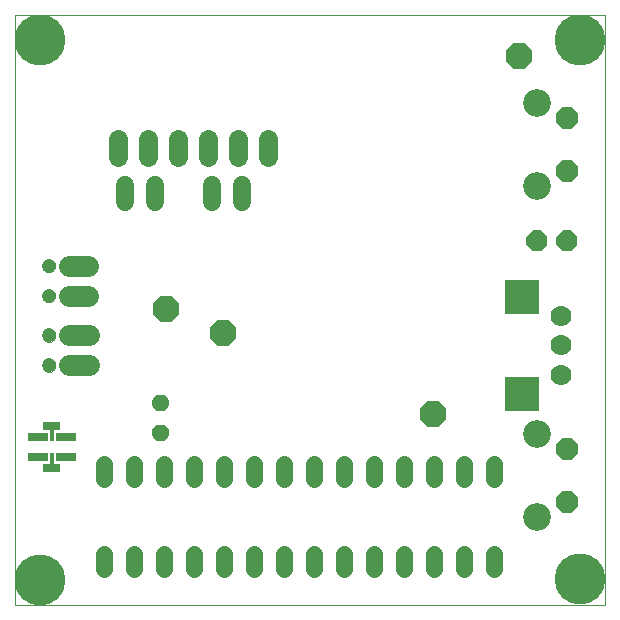
<source format=gts>
G75*
%MOIN*%
%OFA0B0*%
%FSLAX24Y24*%
%IPPOS*%
%LPD*%
%AMOC8*
5,1,8,0,0,1.08239X$1,22.5*
%
%ADD10C,0.0000*%
%ADD11OC8,0.0890*%
%ADD12C,0.0560*%
%ADD13C,0.0600*%
%ADD14C,0.0112*%
%ADD15OC8,0.0700*%
%ADD16OC8,0.0740*%
%ADD17C,0.0925*%
%ADD18C,0.0700*%
%ADD19R,0.1142X0.1142*%
%ADD20C,0.0640*%
%ADD21C,0.0690*%
%ADD22C,0.0473*%
%ADD23R,0.0152X0.0316*%
%ADD24C,0.1700*%
D10*
X000350Y000350D02*
X000350Y020035D01*
X020035Y020035D01*
X020035Y000350D01*
X000350Y000350D01*
X001267Y008344D02*
X001269Y008373D01*
X001275Y008401D01*
X001284Y008429D01*
X001297Y008455D01*
X001314Y008478D01*
X001333Y008500D01*
X001355Y008519D01*
X001380Y008534D01*
X001406Y008547D01*
X001434Y008555D01*
X001462Y008560D01*
X001491Y008561D01*
X001520Y008558D01*
X001548Y008551D01*
X001575Y008541D01*
X001601Y008527D01*
X001624Y008510D01*
X001645Y008490D01*
X001663Y008467D01*
X001678Y008442D01*
X001689Y008415D01*
X001697Y008387D01*
X001701Y008358D01*
X001701Y008330D01*
X001697Y008301D01*
X001689Y008273D01*
X001678Y008246D01*
X001663Y008221D01*
X001645Y008198D01*
X001624Y008178D01*
X001601Y008161D01*
X001575Y008147D01*
X001548Y008137D01*
X001520Y008130D01*
X001491Y008127D01*
X001462Y008128D01*
X001434Y008133D01*
X001406Y008141D01*
X001380Y008154D01*
X001355Y008169D01*
X001333Y008188D01*
X001314Y008210D01*
X001297Y008233D01*
X001284Y008259D01*
X001275Y008287D01*
X001269Y008315D01*
X001267Y008344D01*
X001267Y009344D02*
X001269Y009373D01*
X001275Y009401D01*
X001284Y009429D01*
X001297Y009455D01*
X001314Y009478D01*
X001333Y009500D01*
X001355Y009519D01*
X001380Y009534D01*
X001406Y009547D01*
X001434Y009555D01*
X001462Y009560D01*
X001491Y009561D01*
X001520Y009558D01*
X001548Y009551D01*
X001575Y009541D01*
X001601Y009527D01*
X001624Y009510D01*
X001645Y009490D01*
X001663Y009467D01*
X001678Y009442D01*
X001689Y009415D01*
X001697Y009387D01*
X001701Y009358D01*
X001701Y009330D01*
X001697Y009301D01*
X001689Y009273D01*
X001678Y009246D01*
X001663Y009221D01*
X001645Y009198D01*
X001624Y009178D01*
X001601Y009161D01*
X001575Y009147D01*
X001548Y009137D01*
X001520Y009130D01*
X001491Y009127D01*
X001462Y009128D01*
X001434Y009133D01*
X001406Y009141D01*
X001380Y009154D01*
X001355Y009169D01*
X001333Y009188D01*
X001314Y009210D01*
X001297Y009233D01*
X001284Y009259D01*
X001275Y009287D01*
X001269Y009315D01*
X001267Y009344D01*
X001259Y010670D02*
X001261Y010699D01*
X001267Y010727D01*
X001276Y010755D01*
X001289Y010781D01*
X001306Y010804D01*
X001325Y010826D01*
X001347Y010845D01*
X001372Y010860D01*
X001398Y010873D01*
X001426Y010881D01*
X001454Y010886D01*
X001483Y010887D01*
X001512Y010884D01*
X001540Y010877D01*
X001567Y010867D01*
X001593Y010853D01*
X001616Y010836D01*
X001637Y010816D01*
X001655Y010793D01*
X001670Y010768D01*
X001681Y010741D01*
X001689Y010713D01*
X001693Y010684D01*
X001693Y010656D01*
X001689Y010627D01*
X001681Y010599D01*
X001670Y010572D01*
X001655Y010547D01*
X001637Y010524D01*
X001616Y010504D01*
X001593Y010487D01*
X001567Y010473D01*
X001540Y010463D01*
X001512Y010456D01*
X001483Y010453D01*
X001454Y010454D01*
X001426Y010459D01*
X001398Y010467D01*
X001372Y010480D01*
X001347Y010495D01*
X001325Y010514D01*
X001306Y010536D01*
X001289Y010559D01*
X001276Y010585D01*
X001267Y010613D01*
X001261Y010641D01*
X001259Y010670D01*
X001259Y011670D02*
X001261Y011699D01*
X001267Y011727D01*
X001276Y011755D01*
X001289Y011781D01*
X001306Y011804D01*
X001325Y011826D01*
X001347Y011845D01*
X001372Y011860D01*
X001398Y011873D01*
X001426Y011881D01*
X001454Y011886D01*
X001483Y011887D01*
X001512Y011884D01*
X001540Y011877D01*
X001567Y011867D01*
X001593Y011853D01*
X001616Y011836D01*
X001637Y011816D01*
X001655Y011793D01*
X001670Y011768D01*
X001681Y011741D01*
X001689Y011713D01*
X001693Y011684D01*
X001693Y011656D01*
X001689Y011627D01*
X001681Y011599D01*
X001670Y011572D01*
X001655Y011547D01*
X001637Y011524D01*
X001616Y011504D01*
X001593Y011487D01*
X001567Y011473D01*
X001540Y011463D01*
X001512Y011456D01*
X001483Y011453D01*
X001454Y011454D01*
X001426Y011459D01*
X001398Y011467D01*
X001372Y011480D01*
X001347Y011495D01*
X001325Y011514D01*
X001306Y011536D01*
X001289Y011559D01*
X001276Y011585D01*
X001267Y011613D01*
X001261Y011641D01*
X001259Y011670D01*
D11*
X005382Y010210D03*
X007280Y009422D03*
X014277Y006729D03*
X017168Y018666D03*
D12*
X016317Y005065D02*
X016317Y004545D01*
X015317Y004545D02*
X015317Y005065D01*
X014317Y005065D02*
X014317Y004545D01*
X013317Y004545D02*
X013317Y005065D01*
X012317Y005065D02*
X012317Y004545D01*
X011317Y004545D02*
X011317Y005065D01*
X010317Y005065D02*
X010317Y004545D01*
X009317Y004545D02*
X009317Y005065D01*
X008317Y005065D02*
X008317Y004545D01*
X007317Y004545D02*
X007317Y005065D01*
X006317Y005065D02*
X006317Y004545D01*
X005317Y004545D02*
X005317Y005065D01*
X004317Y005065D02*
X004317Y004545D01*
X003317Y004545D02*
X003317Y005065D01*
X003317Y002065D02*
X003317Y001545D01*
X004317Y001545D02*
X004317Y002065D01*
X005317Y002065D02*
X005317Y001545D01*
X006317Y001545D02*
X006317Y002065D01*
X007317Y002065D02*
X007317Y001545D01*
X008317Y001545D02*
X008317Y002065D01*
X009317Y002065D02*
X009317Y001545D01*
X010317Y001545D02*
X010317Y002065D01*
X011317Y002065D02*
X011317Y001545D01*
X012317Y001545D02*
X012317Y002065D01*
X013317Y002065D02*
X013317Y001545D01*
X014317Y001545D02*
X014317Y002065D01*
X015317Y002065D02*
X015317Y001545D01*
X016317Y001545D02*
X016317Y002065D01*
D13*
X007916Y013783D02*
X007916Y014343D01*
X006916Y014343D02*
X006916Y013783D01*
X005021Y013790D02*
X005021Y014350D01*
X004021Y014350D02*
X004021Y013790D01*
D14*
X005029Y007069D02*
X004973Y007013D01*
X004973Y007199D01*
X005103Y007329D01*
X005289Y007329D01*
X005419Y007199D01*
X005419Y007013D01*
X005289Y006883D01*
X005103Y006883D01*
X004973Y007013D01*
X005057Y007048D01*
X005057Y007164D01*
X005138Y007245D01*
X005254Y007245D01*
X005335Y007164D01*
X005335Y007048D01*
X005254Y006967D01*
X005138Y006967D01*
X005057Y007048D01*
X005141Y007083D01*
X005141Y007129D01*
X005173Y007161D01*
X005219Y007161D01*
X005251Y007129D01*
X005251Y007083D01*
X005219Y007051D01*
X005173Y007051D01*
X005141Y007083D01*
X005029Y006079D02*
X004973Y006023D01*
X004973Y006209D01*
X005103Y006339D01*
X005289Y006339D01*
X005419Y006209D01*
X005419Y006023D01*
X005289Y005893D01*
X005103Y005893D01*
X004973Y006023D01*
X005057Y006058D01*
X005057Y006174D01*
X005138Y006255D01*
X005254Y006255D01*
X005335Y006174D01*
X005335Y006058D01*
X005254Y005977D01*
X005138Y005977D01*
X005057Y006058D01*
X005141Y006093D01*
X005141Y006139D01*
X005173Y006171D01*
X005219Y006171D01*
X005251Y006139D01*
X005251Y006093D01*
X005219Y006061D01*
X005173Y006061D01*
X005141Y006093D01*
D15*
X017763Y012502D03*
X018763Y012502D03*
D16*
X018753Y014814D03*
X018753Y016594D03*
X018753Y005571D03*
X018753Y003791D03*
D17*
X017773Y003301D03*
X017773Y006061D03*
X017773Y014324D03*
X017773Y017084D03*
D18*
X018568Y009996D03*
X018568Y009011D03*
X018568Y008027D03*
D19*
X017268Y007397D03*
X017268Y010626D03*
D20*
X008804Y015289D02*
X008804Y015889D01*
X007804Y015889D02*
X007804Y015289D01*
X006804Y015289D02*
X006804Y015889D01*
X005804Y015889D02*
X005804Y015289D01*
X004804Y015289D02*
X004804Y015889D01*
X003804Y015889D02*
X003804Y015289D01*
D21*
X002801Y011670D02*
X002151Y011670D01*
X002151Y010670D02*
X002801Y010670D01*
X002809Y009344D02*
X002160Y009344D01*
X002160Y008344D02*
X002809Y008344D01*
D22*
X001484Y008344D03*
X001484Y009344D03*
X001476Y010670D03*
X001476Y011670D03*
D23*
X001481Y006336D03*
X001588Y006336D03*
X001696Y006336D03*
X001804Y006336D03*
X001588Y006148D03*
X001588Y005953D03*
X001785Y005953D03*
X001892Y005953D03*
X001999Y005953D03*
X002105Y005953D03*
X002214Y005953D03*
X002321Y005953D03*
X002320Y005304D03*
X002213Y005304D03*
X002104Y005304D03*
X001998Y005305D03*
X001891Y005305D03*
X001785Y005303D03*
X001588Y005303D03*
X001391Y005303D03*
X001286Y005304D03*
X001179Y005304D03*
X001070Y005304D03*
X000964Y005304D03*
X000857Y005304D03*
X001374Y004920D03*
X001481Y004920D03*
X001588Y004920D03*
X001696Y004920D03*
X001804Y004920D03*
X001588Y005083D03*
X001391Y005953D03*
X001282Y005953D03*
X001175Y005953D03*
X001066Y005953D03*
X000960Y005953D03*
X000853Y005953D03*
X001374Y006336D03*
D24*
X001200Y001200D03*
X019179Y001212D03*
X019182Y019177D03*
X001201Y019175D03*
M02*

</source>
